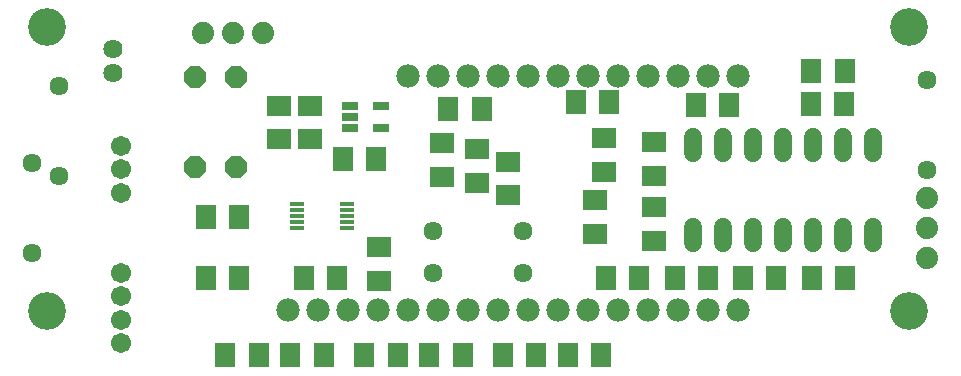
<source format=gbr>
G04 EAGLE Gerber RS-274X export*
G75*
%MOMM*%
%FSLAX34Y34*%
%LPD*%
%INSoldermask Top*%
%IPPOS*%
%AMOC8*
5,1,8,0,0,1.08239X$1,22.5*%
G01*
%ADD10C,3.203200*%
%ADD11C,1.981200*%
%ADD12R,2.006200X1.803200*%
%ADD13R,1.803200X2.006200*%
%ADD14R,2.003200X1.803200*%
%ADD15R,1.803200X2.003200*%
%ADD16C,1.524000*%
%ADD17C,1.625600*%
%ADD18R,1.203200X0.453200*%
%ADD19R,1.473200X0.762000*%
%ADD20C,1.879600*%
%ADD21C,1.703200*%
%ADD22C,1.611200*%
%ADD23P,2.034460X8X292.500000*%


D10*
X150000Y400000D03*
X150000Y160000D03*
X880000Y400000D03*
X880000Y160000D03*
D11*
X734700Y358800D03*
X709300Y358800D03*
X683900Y358800D03*
X658500Y358800D03*
X633100Y358800D03*
X607700Y358800D03*
X582300Y358800D03*
X556900Y358800D03*
X531500Y358800D03*
X506100Y358800D03*
X480700Y358800D03*
X455300Y358800D03*
X379100Y160600D03*
X404500Y160600D03*
X429900Y160600D03*
X455300Y160600D03*
X480700Y160600D03*
X506100Y160600D03*
X531500Y160600D03*
X556900Y160600D03*
X582300Y160600D03*
X607700Y160600D03*
X633100Y160600D03*
X658500Y160600D03*
X683900Y160600D03*
X709300Y160600D03*
X734700Y160600D03*
X353700Y160600D03*
D12*
X614150Y253710D03*
X614150Y225270D03*
X664150Y247870D03*
X664150Y219430D03*
X663830Y274430D03*
X663830Y302870D03*
D13*
X681380Y187470D03*
X709820Y187470D03*
X738770Y187470D03*
X767210Y187470D03*
X797220Y187440D03*
X825660Y187440D03*
X825530Y363020D03*
X797090Y363020D03*
X727530Y334550D03*
X699090Y334550D03*
X517860Y330820D03*
X489420Y330820D03*
D12*
X513800Y268380D03*
X513800Y296820D03*
X484670Y273460D03*
X484670Y301900D03*
D14*
X621330Y305990D03*
X621330Y277990D03*
D15*
X623300Y187470D03*
X651300Y187470D03*
D14*
X540470Y258440D03*
X540470Y286440D03*
D15*
X796690Y335430D03*
X824690Y335430D03*
X597510Y337050D03*
X625510Y337050D03*
X284230Y187470D03*
X312230Y187470D03*
D16*
X697220Y217496D02*
X697220Y230704D01*
X722620Y230704D02*
X722620Y217496D01*
X849620Y217496D02*
X849620Y230704D01*
X849620Y293696D02*
X849620Y306904D01*
X748020Y230704D02*
X748020Y217496D01*
X773420Y217496D02*
X773420Y230704D01*
X824220Y230704D02*
X824220Y217496D01*
X798820Y217496D02*
X798820Y230704D01*
X824220Y293696D02*
X824220Y306904D01*
X798820Y306904D02*
X798820Y293696D01*
X773420Y293696D02*
X773420Y306904D01*
X748020Y306904D02*
X748020Y293696D01*
X722620Y293696D02*
X722620Y306904D01*
X697220Y306904D02*
X697220Y293696D01*
D17*
X205400Y361650D03*
X205400Y381650D03*
D18*
X403491Y230450D03*
X403491Y235450D03*
X403491Y240450D03*
X403491Y245450D03*
X403491Y250450D03*
X361229Y250450D03*
X361229Y245450D03*
X361229Y240450D03*
X361229Y235450D03*
X361229Y230450D03*
D12*
X430810Y213920D03*
X430810Y185480D03*
D13*
X367310Y187470D03*
X395750Y187470D03*
D15*
X284820Y239620D03*
X312820Y239620D03*
D19*
X406586Y333868D03*
X406586Y324470D03*
X406586Y315072D03*
X432494Y315072D03*
X432494Y333868D03*
D15*
X400540Y288720D03*
X428540Y288720D03*
D14*
X346200Y305430D03*
X346200Y333430D03*
X372800Y305430D03*
X372800Y333430D03*
D20*
X895000Y255400D03*
X895000Y230000D03*
X895000Y204600D03*
D21*
X212500Y132500D03*
X212500Y152500D03*
X212500Y172500D03*
X212500Y192500D03*
X212500Y300000D03*
X212500Y280000D03*
X212500Y260000D03*
D13*
X329220Y122500D03*
X300780Y122500D03*
X446720Y122500D03*
X418280Y122500D03*
X564220Y122500D03*
X535780Y122500D03*
X590780Y122500D03*
X619220Y122500D03*
X473280Y122500D03*
X501720Y122500D03*
X355780Y122500D03*
X384220Y122500D03*
D22*
X476900Y192500D03*
X553100Y192500D03*
X553100Y227500D03*
X476900Y227500D03*
X895000Y279400D03*
X895000Y355600D03*
X137500Y209400D03*
X137500Y285600D03*
X160000Y274400D03*
X160000Y350600D03*
D23*
X310000Y358100D03*
X310000Y281900D03*
X275000Y358100D03*
X275000Y281900D03*
D20*
X307500Y395000D03*
X332900Y395000D03*
X282100Y395000D03*
M02*

</source>
